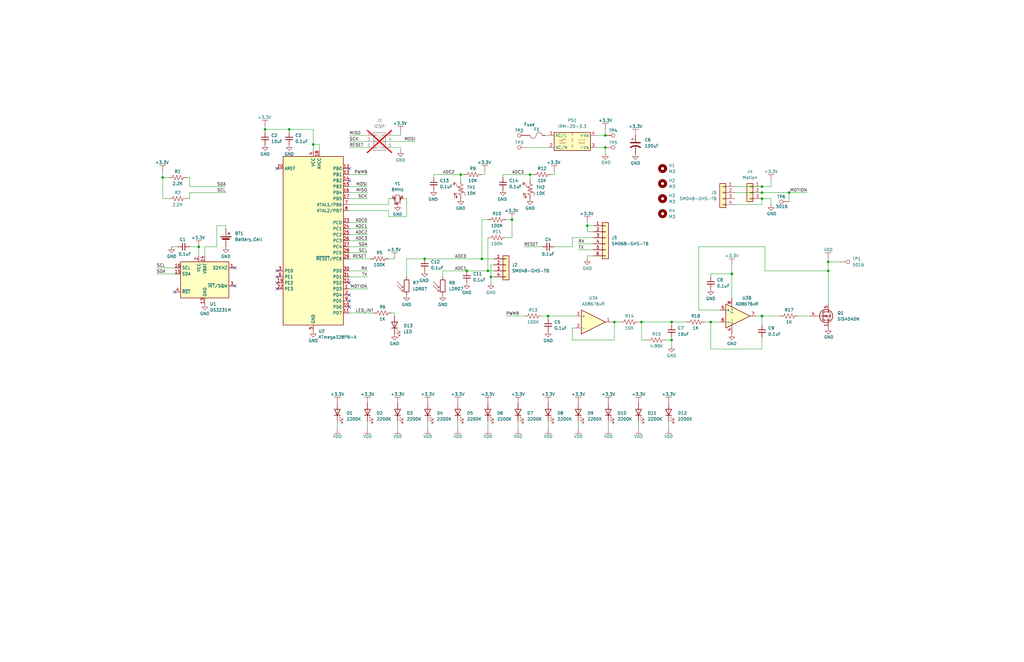
<source format=kicad_sch>
(kicad_sch (version 20250114) (generator "eeschema") (generator_version "9.0")
  (paper "B")
  (junction (at 321.31 81.28))
  (junction (at 203.2 109.22))
  (junction (at 349.25 110.49))
  (junction (at 299.72 135.89))
  (junction (at 194.31 73.66))
  (junction (at 349.25 114.3))
  (junction (at 321.31 83.82))
  (junction (at 207.01 116.84))
  (junction (at 321.31 78.74))
  (junction (at 83.82 104.14))
  (junction (at 308.61 115.57))
  (junction (at 215.9 92.71))
  (junction (at 270.51 135.89))
  (junction (at 321.31 133.35))
  (junction (at 283.21 143.51))
  (junction (at 223.52 73.66))
  (junction (at 205.74 114.3))
  (junction (at 68.58 74.93))
  (junction (at 121.92 54.61))
  (junction (at 332.74 81.28))
  (junction (at 132.08 60.96))
  (junction (at 247.65 95.25))
  (junction (at 259.08 135.89))
  (junction (at 255.27 62.23))
  (junction (at 231.14 133.35))
  (junction (at 111.76 54.61))
  (junction (at 179.07 109.22))
  (junction (at 283.21 135.89))
  (junction (at 196.85 114.3))
  (junction (at 255.27 57.15))
  (no_connect (at 116.84 114.3))
  (no_connect (at 147.32 76.2))
  (no_connect (at 147.32 119.38))
  (no_connect (at 147.32 129.54))
  (no_connect (at 116.84 71.12))
  (no_connect (at 116.84 119.38))
  (no_connect (at 116.84 121.92))
  (no_connect (at 99.06 120.65))
  (no_connect (at 147.32 124.46))
  (no_connect (at 147.32 127))
  (no_connect (at 116.84 116.84))
  (no_connect (at 99.06 113.03))
  (no_connect (at 73.66 123.19))
  (no_connect (at 147.32 71.12))
  (wire (pts (xy 207.01 116.84) (xy 207.01 111.76)))
  (wire (pts (xy 163.83 91.44) (xy 171.45 91.44)))
  (wire (pts (xy 213.36 92.71) (xy 215.9 92.71)))
  (wire (pts (xy 243.84 177.8) (xy 243.84 180.34)))
  (wire (pts (xy 242.57 138.43) (xy 241.3 138.43)))
  (wire (pts (xy 142.24 177.8) (xy 142.24 180.34)))
  (wire (pts (xy 213.36 100.33) (xy 215.9 100.33)))
  (wire (pts (xy 121.92 54.61) (xy 132.08 54.61)))
  (wire (pts (xy 321.31 142.24) (xy 321.31 147.32)))
  (wire (pts (xy 318.77 133.35) (xy 321.31 133.35)))
  (wire (pts (xy 241.3 138.43) (xy 241.3 143.51)))
  (wire (pts (xy 283.21 143.51) (xy 283.21 142.24)))
  (wire (pts (xy 182.88 73.66) (xy 194.31 73.66)))
  (wire (pts (xy 250.19 95.25) (xy 247.65 95.25)))
  (wire (pts (xy 196.85 114.3) (xy 205.74 114.3)))
  (wire (pts (xy 147.32 116.84) (xy 154.94 116.84)))
  (wire (pts (xy 269.24 177.8) (xy 269.24 180.34)))
  (wire (pts (xy 321.31 78.74) (xy 325.12 78.74)))
  (wire (pts (xy 80.01 81.28) (xy 80.01 83.82)))
  (wire (pts (xy 269.24 135.89) (xy 270.51 135.89)))
  (wire (pts (xy 80.01 74.93) (xy 80.01 78.74)))
  (wire (pts (xy 147.32 78.74) (xy 154.94 78.74)))
  (wire (pts (xy 241.3 100.33) (xy 241.3 104.14)))
  (wire (pts (xy 299.72 116.84) (xy 299.72 115.57)))
  (wire (pts (xy 163.83 86.36) (xy 163.83 83.82)))
  (wire (pts (xy 68.58 74.93) (xy 71.12 74.93)))
  (wire (pts (xy 336.55 133.35) (xy 341.63 133.35)))
  (wire (pts (xy 294.64 104.14) (xy 322.58 104.14)))
  (wire (pts (xy 243.84 105.41) (xy 250.19 105.41)))
  (wire (pts (xy 241.3 104.14) (xy 233.68 104.14)))
  (wire (pts (xy 163.83 109.22) (xy 166.37 109.22)))
  (wire (pts (xy 280.67 143.51) (xy 283.21 143.51)))
  (wire (pts (xy 80.01 104.14) (xy 83.82 104.14)))
  (wire (pts (xy 283.21 135.89) (xy 289.56 135.89)))
  (wire (pts (xy 195.58 73.66) (xy 194.31 73.66)))
  (wire (pts (xy 322.58 114.3) (xy 349.25 114.3)))
  (wire (pts (xy 73.66 115.57) (xy 66.04 115.57)))
  (wire (pts (xy 322.58 114.3) (xy 322.58 104.14)))
  (wire (pts (xy 171.45 109.22) (xy 179.07 109.22)))
  (wire (pts (xy 147.32 86.36) (xy 163.83 86.36)))
  (wire (pts (xy 283.21 135.89) (xy 283.21 137.16)))
  (wire (pts (xy 231.14 133.35) (xy 231.14 134.62)))
  (wire (pts (xy 147.32 121.92) (xy 154.94 121.92)))
  (wire (pts (xy 321.31 81.28) (xy 332.74 81.28)))
  (wire (pts (xy 91.44 95.25) (xy 95.25 95.25)))
  (wire (pts (xy 251.46 57.15) (xy 255.27 57.15)))
  (wire (pts (xy 228.6 133.35) (xy 231.14 133.35)))
  (wire (pts (xy 68.58 72.39) (xy 68.58 74.93)))
  (wire (pts (xy 229.87 57.15) (xy 231.14 57.15)))
  (wire (pts (xy 132.08 54.61) (xy 132.08 60.96)))
  (wire (pts (xy 147.32 101.6) (xy 154.94 101.6)))
  (wire (pts (xy 255.27 62.23) (xy 255.27 64.77)))
  (wire (pts (xy 204.47 73.66) (xy 203.2 73.66)))
  (wire (pts (xy 299.72 147.32) (xy 299.72 135.89)))
  (wire (pts (xy 281.94 177.8) (xy 281.94 180.34)))
  (wire (pts (xy 134.62 60.96) (xy 132.08 60.96)))
  (wire (pts (xy 171.45 83.82) (xy 170.18 83.82)))
  (wire (pts (xy 91.44 104.14) (xy 91.44 95.25)))
  (wire (pts (xy 147.32 132.08) (xy 157.48 132.08)))
  (wire (pts (xy 78.74 74.93) (xy 80.01 74.93)))
  (wire (pts (xy 349.25 109.22) (xy 349.25 110.49)))
  (wire (pts (xy 166.37 57.15) (xy 168.91 57.15)))
  (wire (pts (xy 180.34 177.8) (xy 180.34 180.34)))
  (wire (pts (xy 321.31 86.36) (xy 321.31 83.82)))
  (wire (pts (xy 207.01 111.76) (xy 208.28 111.76)))
  (wire (pts (xy 299.72 135.89) (xy 303.53 135.89)))
  (wire (pts (xy 294.64 130.81) (xy 294.64 104.14)))
  (wire (pts (xy 165.1 132.08) (xy 166.37 132.08)))
  (wire (pts (xy 270.51 135.89) (xy 283.21 135.89)))
  (wire (pts (xy 166.37 132.08) (xy 166.37 133.35)))
  (wire (pts (xy 132.08 60.96) (xy 132.08 63.5)))
  (wire (pts (xy 325.12 83.82) (xy 325.12 86.36)))
  (wire (pts (xy 220.98 104.14) (xy 228.6 104.14)))
  (wire (pts (xy 166.37 62.23) (xy 168.91 62.23)))
  (wire (pts (xy 147.32 106.68) (xy 154.94 106.68)))
  (wire (pts (xy 207.01 119.38) (xy 207.01 116.84)))
  (wire (pts (xy 186.69 116.84) (xy 186.69 114.3)))
  (wire (pts (xy 243.84 102.87) (xy 250.19 102.87)))
  (wire (pts (xy 111.76 54.61) (xy 121.92 54.61)))
  (wire (pts (xy 299.72 115.57) (xy 308.61 115.57)))
  (wire (pts (xy 250.19 97.79) (xy 247.65 97.79)))
  (wire (pts (xy 208.28 114.3) (xy 205.74 114.3)))
  (wire (pts (xy 250.19 107.95) (xy 247.65 107.95)))
  (wire (pts (xy 224.79 73.66) (xy 223.52 73.66)))
  (wire (pts (xy 95.25 95.25) (xy 95.25 96.52)))
  (wire (pts (xy 303.53 130.81) (xy 294.64 130.81)))
  (wire (pts (xy 167.64 177.8) (xy 167.64 180.34)))
  (wire (pts (xy 309.88 81.28) (xy 321.31 81.28)))
  (wire (pts (xy 297.18 135.89) (xy 299.72 135.89)))
  (wire (pts (xy 147.32 83.82) (xy 154.94 83.82)))
  (wire (pts (xy 205.74 100.33) (xy 205.74 114.3)))
  (wire (pts (xy 154.94 177.8) (xy 154.94 180.34)))
  (wire (pts (xy 147.32 62.23) (xy 153.67 62.23)))
  (wire (pts (xy 147.32 93.98) (xy 154.94 93.98)))
  (wire (pts (xy 179.07 109.22) (xy 203.2 109.22)))
  (wire (pts (xy 349.25 110.49) (xy 354.33 110.49)))
  (wire (pts (xy 147.32 81.28) (xy 154.94 81.28)))
  (wire (pts (xy 259.08 143.51) (xy 259.08 135.89)))
  (wire (pts (xy 223.52 73.66) (xy 223.52 76.2)))
  (wire (pts (xy 213.36 133.35) (xy 220.98 133.35)))
  (wire (pts (xy 147.32 109.22) (xy 156.21 109.22)))
  (wire (pts (xy 194.31 73.66) (xy 194.31 76.2)))
  (wire (pts (xy 231.14 133.35) (xy 242.57 133.35)))
  (wire (pts (xy 147.32 99.06) (xy 154.94 99.06)))
  (wire (pts (xy 332.74 81.28) (xy 340.36 81.28)))
  (wire (pts (xy 250.19 100.33) (xy 241.3 100.33)))
  (wire (pts (xy 166.37 59.69) (xy 175.26 59.69)))
  (wire (pts (xy 218.44 177.8) (xy 218.44 180.34)))
  (wire (pts (xy 147.32 88.9) (xy 163.83 88.9)))
  (wire (pts (xy 212.09 73.66) (xy 212.09 74.93)))
  (wire (pts (xy 193.04 177.8) (xy 193.04 180.34)))
  (wire (pts (xy 231.14 177.8) (xy 231.14 180.34)))
  (wire (pts (xy 83.82 104.14) (xy 83.82 107.95)))
  (wire (pts (xy 147.32 73.66) (xy 154.94 73.66)))
  (wire (pts (xy 80.01 83.82) (xy 78.74 83.82)))
  (wire (pts (xy 212.09 73.66) (xy 223.52 73.66)))
  (wire (pts (xy 168.91 55.88) (xy 168.91 57.15)))
  (wire (pts (xy 222.25 62.23) (xy 231.14 62.23)))
  (wire (pts (xy 86.36 107.95) (xy 86.36 104.14)))
  (wire (pts (xy 325.12 78.74) (xy 325.12 76.2)))
  (wire (pts (xy 321.31 133.35) (xy 328.93 133.35)))
  (wire (pts (xy 182.88 74.93) (xy 182.88 73.66)))
  (wire (pts (xy 205.74 177.8) (xy 205.74 180.34)))
  (wire (pts (xy 71.12 83.82) (xy 68.58 83.82)))
  (wire (pts (xy 171.45 91.44) (xy 171.45 83.82)))
  (wire (pts (xy 86.36 104.14) (xy 91.44 104.14)))
  (wire (pts (xy 168.91 62.23) (xy 168.91 63.5)))
  (wire (pts (xy 233.68 73.66) (xy 232.41 73.66)))
  (wire (pts (xy 203.2 92.71) (xy 203.2 109.22)))
  (wire (pts (xy 349.25 114.3) (xy 349.25 128.27)))
  (wire (pts (xy 247.65 97.79) (xy 247.65 95.25)))
  (wire (pts (xy 349.25 110.49) (xy 349.25 114.3)))
  (wire (pts (xy 72.39 104.14) (xy 74.93 104.14)))
  (wire (pts (xy 256.54 177.8) (xy 256.54 180.34)))
  (wire (pts (xy 203.2 109.22) (xy 208.28 109.22)))
  (wire (pts (xy 215.9 100.33) (xy 215.9 92.71)))
  (wire (pts (xy 147.32 104.14) (xy 154.94 104.14)))
  (wire (pts (xy 259.08 135.89) (xy 257.81 135.89)))
  (wire (pts (xy 147.32 59.69) (xy 153.67 59.69)))
  (wire (pts (xy 247.65 95.25) (xy 247.65 93.98)))
  (wire (pts (xy 204.47 72.39) (xy 204.47 73.66)))
  (wire (pts (xy 241.3 143.51) (xy 259.08 143.51)))
  (wire (pts (xy 163.83 83.82) (xy 165.1 83.82)))
  (wire (pts (xy 163.83 88.9) (xy 163.83 91.44)))
  (wire (pts (xy 283.21 146.05) (xy 283.21 143.51)))
  (wire (pts (xy 186.69 114.3) (xy 196.85 114.3)))
  (wire (pts (xy 134.62 63.5) (xy 134.62 60.96)))
  (wire (pts (xy 321.31 83.82) (xy 325.12 83.82)))
  (wire (pts (xy 309.88 86.36) (xy 321.31 86.36)))
  (wire (pts (xy 73.66 113.03) (xy 66.04 113.03)))
  (wire (pts (xy 80.01 78.74) (xy 95.25 78.74)))
  (wire (pts (xy 259.08 135.89) (xy 261.62 135.89)))
  (wire (pts (xy 80.01 81.28) (xy 95.25 81.28)))
  (wire (pts (xy 247.65 107.95) (xy 247.65 109.22)))
  (wire (pts (xy 270.51 143.51) (xy 270.51 135.89)))
  (wire (pts (xy 308.61 111.76) (xy 308.61 115.57)))
  (wire (pts (xy 147.32 57.15) (xy 153.67 57.15)))
  (wire (pts (xy 251.46 62.23) (xy 255.27 62.23)))
  (wire (pts (xy 68.58 83.82) (xy 68.58 74.93)))
  (wire (pts (xy 205.74 92.71) (xy 203.2 92.71)))
  (wire (pts (xy 309.88 78.74) (xy 321.31 78.74)))
  (wire (pts (xy 171.45 116.84) (xy 171.45 109.22)))
  (wire (pts (xy 233.68 72.39) (xy 233.68 73.66)))
  (wire (pts (xy 207.01 116.84) (xy 208.28 116.84)))
  (wire (pts (xy 147.32 96.52) (xy 154.94 96.52)))
  (wire (pts (xy 321.31 133.35) (xy 321.31 137.16)))
  (wire (pts (xy 332.74 81.28) (xy 332.74 85.09)))
  (wire (pts (xy 255.27 57.15) (xy 255.27 54.61)))
  (wire (pts (xy 147.32 114.3) (xy 154.94 114.3)))
  (wire (pts (xy 273.05 143.51) (xy 270.51 143.51)))
  (wire (pts (xy 321.31 147.32) (xy 299.72 147.32)))
  (wire (pts (xy 308.61 115.57) (xy 308.61 125.73)))
  (wire (pts (xy 111.76 53.34) (xy 111.76 54.61)))
  (wire (pts (xy 111.76 55.88) (xy 111.76 54.61)))
  (wire (pts (xy 121.92 54.61) (xy 121.92 55.88)))
  (label "ADC1" (at 191.77 114.3 0))
  (label "SCL" (at 154.94 106.68 180))
  (label "ADC2" (at 154.94 99.06 180))
  (label "MISO" (at 154.94 81.28 180))
  (label "RESET" (at 147.32 62.23 0))
  (label "ADC3" (at 215.9 73.66 0))
  (label "SCK" (at 154.94 83.82 180))
  (label "MOTION" (at 154.94 121.92 180))
  (label "SDA" (at 95.25 78.74 180))
  (label "ADC0" (at 154.94 93.98 180))
  (label "LED_INT" (at 157.48 132.08 180))
  (label "PWM9" (at 154.94 73.66 180))
  (label "ADC3" (at 154.94 101.6 180))
  (label "TX" (at 154.94 116.84 180))
  (label "SDA" (at 154.94 104.14 180))
  (label "RX" (at 154.94 114.3 180))
  (label "MOTION" (at 340.36 81.28 180))
  (label "SCL" (at 95.25 81.28 180))
  (label "MOSI" (at 175.26 59.69 180))
  (label "MOSI" (at 154.94 78.74 180))
  (label "PWM9" (at 213.36 133.35 0))
  (label "SCK" (at 147.32 59.69 0))
  (label "ADC2" (at 186.69 73.66 0))
  (label "SDA" (at 66.04 115.57 0))
  (label "ADC0" (at 191.77 109.22 0))
  (label "MISO" (at 147.32 57.15 0))
  (label "SCL" (at 66.04 113.03 0))
  (label "RESET" (at 148.59 109.22 0))
  (label "TX" (at 243.84 105.41 0))
  (label "ADC1" (at 154.94 96.52 180))
  (label "RESET" (at 220.98 104.14 0))
  (label "RX" (at 243.84 102.87 0))
  (symbol (lib_id "Mechanical:MountingHole") (at 279.4 83.82 0) (unit 1) (exclude_from_sim yes) (in_bom no)
    (property "Reference" "H3" (at 281.94 82.5499 0) (effects (justify left)))
    (property "Value" "M3" (at 281.94 85.0899 0) (effects (justify left)))
    (property "Footprint" "MountingHole:MountingHole_3.2mm_M3" (effects (hide yes)))
    (property "Description" "Mounting Hole without connection" (effects (hide yes)))
  )
  (symbol (lib_id "Connector_Generic:Conn_01x04") (at 304.8 81.28 0) (mirror y) (unit 1)
    (property "Reference" "J5" (at 302.26 81.2799 0) (effects (justify left)))
    (property "Value" "SM04B-GHS-TB" (at 302.26 83.8199 0) (effects (justify left)))
    (property "Footprint" "Connector_JST:JST_GH_SM04B-GHS-TB_1x04-1MP_P1.25mm_Horizontal" (effects (hide yes)))
    (property "Description" "Generic connector, single row, 01x04, script generated (kicad-library-utils/schlib/autogen/connector/)" (effects (hide yes)))
  )
  (symbol (lib_id "Device:LED") (at 193.04 173.99 90) (unit 1)
    (property "Reference" "D5" (at 196.85 174.3074 90) (effects (justify right)))
    (property "Value" "2200K" (at 196.85 176.8474 90) (effects (justify right)))
    (property "Footprint" "LED_SMD:LED_PLCC_2835_Handsoldering" (effects (hide yes)))
    (property "Description" "Light emitting diode" (effects (hide yes)))
    (property "Sim.Pins" "1=K 2=A" (effects (hide yes)))
  )
  (symbol (lib_id "Transistor_FET:SiS454DN") (at 346.71 133.35 0) (unit 1)
    (property "Reference" "Q1" (at 353.06 132.0799 0) (effects (justify left)))
    (property "Value" "SiS454DN" (at 353.06 134.6199 0) (effects (justify left)))
    (property "Footprint" "Package_SO:Vishay_PowerPAK_1212-8_Single" (effects (hide yes)))
    (property "Datasheet" "https://www.vishay.com/docs/66707/sis454dn.pdf" (effects (hide yes)))
    (property "Description" "35A Id, 20V Vds, N-Channel MOSFET, PowerPAK 1212-8 Single" (effects (hide yes)))
  )
  (symbol (lib_id "Device:C_Small") (at 212.09 77.47 0) (unit 1)
    (property "Reference" "C14" (at 214.63 76.2062 0) (effects (justify left)))
    (property "Value" "0.1uF" (at 214.63 78.7462 0) (effects (justify left)))
    (property "Footprint" "Capacitor_SMD:C_0603_1608Metric" (effects (hide yes)))
    (property "Description" "Unpolarized capacitor, small symbol" (effects (hide yes)))
  )
  (symbol (lib_id "Device:C_Small") (at 196.85 116.84 0) (unit 1)
    (property "Reference" "C11" (at 199.39 115.5762 0) (effects (justify left)))
    (property "Value" "0.1uF" (at 199.39 118.1162 0) (effects (justify left)))
    (property "Footprint" "Capacitor_SMD:C_0603_1608Metric" (effects (hide yes)))
    (property "Description" "Unpolarized capacitor, small symbol" (effects (hide yes)))
  )
  (symbol (lib_id "power:GND") (at 325.12 86.36 0) (unit 1)
    (property "Reference" "#PWR059" (effects (hide yes)))
    (property "Value" "GND" (at 325.374 90.17 0))
    (property "Description" "Power symbol creates a global label with name \"GND\" , ground" (effects (hide yes)))
  )
  (symbol (lib_id "Device:Crystal_GND2_Small") (at 167.64 83.82 0) (unit 1)
    (property "Reference" "Y1" (at 167.64 77.47 0))
    (property "Value" "8MHz" (at 167.64 80.01 0))
    (property "Footprint" "Crystal:Resonator_SMD_Murata_CSTxExxV-3Pin_3.0x1.1mm_HandSoldering" (effects (hide yes)))
    (property "Description" "Three pin crystal, GND on pin 2, small symbol" (effects (hide yes)))
  )
  (symbol (lib_id "jannett_symbols:VDD") (at 231.14 180.34 180) (unit 1)
    (property "Reference" "#PWR022" (effects (hide yes)))
    (property "Value" "VDD" (at 231.14 184.15 0))
    (property "Description" "Power symbol creates a global label with name \"VDD\"" (effects (hide yes)))
  )
  (symbol (lib_id "Device:Battery_Cell") (at 95.25 101.6 0) (unit 1)
    (property "Reference" "BT1" (at 99.06 98.4884 0) (effects (justify left)))
    (property "Value" "Battery_Cell" (at 99.06 101.0284 0) (effects (justify left)))
    (property "Footprint" "Battery:BatteryHolder_Keystone_3002_1x2032" (effects (hide yes)))
    (property "Description" "Single-cell battery" (effects (hide yes)))
  )
  (symbol (lib_id "power:GND") (at 255.27 64.77 0) (unit 1)
    (property "Reference" "#PWR053" (effects (hide yes)))
    (property "Value" "GND" (at 255.524 68.58 0))
    (property "Description" "Power symbol creates a global label with name \"GND\" , ground" (effects (hide yes)))
  )
  (symbol (lib_id "Device:R_US") (at 74.93 83.82 90) (unit 1)
    (property "Reference" "R2" (at 74.93 81.28 90))
    (property "Value" "2.2K" (at 74.93 86.36 90))
    (property "Footprint" "Resistor_SMD:R_0603_1608Metric" (effects (hide yes)))
    (property "Description" "Resistor, US symbol" (effects (hide yes)))
  )
  (symbol (lib_id "Device:Thermistor_NTC_US") (at 223.52 80.01 0) (unit 1)
    (property "Reference" "TH2" (at 226.06 79.0574 0) (effects (justify left)))
    (property "Value" "10K" (at 226.06 81.5974 0) (effects (justify left)))
    (property "Footprint" "Resistor_SMD:R_0603_1608Metric" (effects (hide yes)))
    (property "Description" "Temperature dependent resistor, negative temperature coefficient, US symbol" (effects (hide yes)))
  )
  (symbol (lib_id "Device:R_US") (at 265.43 135.89 90) (unit 1)
    (property "Reference" "R14" (at 265.43 133.35 90))
    (property "Value" "10K" (at 265.43 138.43 90))
    (property "Footprint" "Resistor_SMD:R_0603_1608Metric" (effects (hide yes)))
    (property "Description" "Resistor, US symbol" (effects (hide yes)))
  )
  (symbol (lib_id "Connector:TestPoint") (at 354.33 110.49 270) (unit 1)
    (property "Reference" "TP1" (at 359.41 109.2199 90) (effects (justify left)))
    (property "Value" "5016" (at 359.41 111.7599 90) (effects (justify left)))
    (property "Footprint" "jannett_footprints:TestPoint_Keystone_5016_Vias" (effects (hide yes)))
    (property "Description" "test point" (effects (hide yes)))
  )
  (symbol (lib_id "Device:LED") (at 218.44 173.99 90) (unit 1)
    (property "Reference" "D7" (at 222.25 174.3074 90) (effects (justify right)))
    (property "Value" "2200K" (at 222.25 176.8474 90) (effects (justify right)))
    (property "Footprint" "LED_SMD:LED_PLCC_2835_Handsoldering" (effects (hide yes)))
    (property "Description" "Light emitting diode" (effects (hide yes)))
    (property "Sim.Pins" "1=K 2=A" (effects (hide yes)))
  )
  (symbol (lib_id "Device:LED") (at 142.24 173.99 90) (unit 1)
    (property "Reference" "D1" (at 146.05 174.3074 90) (effects (justify right)))
    (property "Value" "2200K" (at 146.05 176.8474 90) (effects (justify right)))
    (property "Footprint" "LED_SMD:LED_PLCC_2835_Handsoldering" (effects (hide yes)))
    (property "Description" "Light emitting diode" (effects (hide yes)))
    (property "Sim.Pins" "1=K 2=A" (effects (hide yes)))
  )
  (symbol (lib_id "Device:LED") (at 154.94 173.99 90) (unit 1)
    (property "Reference" "D2" (at 158.75 174.3074 90) (effects (justify right)))
    (property "Value" "2200K" (at 158.75 176.8474 90) (effects (justify right)))
    (property "Footprint" "LED_SMD:LED_PLCC_2835_Handsoldering" (effects (hide yes)))
    (property "Description" "Light emitting diode" (effects (hide yes)))
    (property "Sim.Pins" "1=K 2=A" (effects (hide yes)))
  )
  (symbol (lib_id "Device:C_Small") (at 121.92 58.42 0) (unit 1)
    (property "Reference" "C3" (at 124.46 57.1562 0) (effects (justify left)))
    (property "Value" "0.1uF" (at 124.46 59.6962 0) (effects (justify left)))
    (property "Footprint" "Capacitor_SMD:C_0603_1608Metric" (effects (hide yes)))
    (property "Description" "Unpolarized capacitor, small symbol" (effects (hide yes)))
  )
  (symbol (lib_id "Amplifier_Operational:AD8676xR") (at 311.15 133.35 0) (unit 2)
    (property "Reference" "U3" (at 314.96 125.73 0))
    (property "Value" "AD8676xR" (at 314.96 128.27 0))
    (property "Footprint" "Package_SO:SOIC-8_3.9x4.9mm_P1.27mm" (effects (hide yes)))
    (property "Datasheet" "https://www.analog.com/media/en/technical-documentation/data-sheets/AD8676.pdf" (effects (hide yes)))
    (property "Description" "Dual operational amplifier, Ultra-precision, 36V, Rail-to-rail output, SOIC-8" (effects (hide yes)))
  )
  (symbol (lib_id "jannett_symbols:+3.3V") (at 325.12 76.2 0) (unit 1)
    (property "Reference" "#PWR058" (effects (hide yes)))
    (property "Value" "+3.3V" (at 325.12 72.39 0))
    (property "Description" "Power symbol creates a global label with name \"+3.3V\"" (effects (hide yes)))
  )
  (symbol (lib_id "jannett_symbols:+3.3V") (at 180.34 170.18 0) (unit 1)
    (property "Reference" "#PWR09" (effects (hide yes)))
    (property "Value" "+3.3V" (at 180.34 166.37 0))
    (property "Description" "Power symbol creates a global label with name \"+3.3V\"" (effects (hide yes)))
  )
  (symbol (lib_id "power:GND") (at 207.01 119.38 0) (unit 1)
    (property "Reference" "#PWR044" (effects (hide yes)))
    (property "Value" "GND" (at 207.01 123.444 0))
    (property "Description" "Power symbol creates a global label with name \"GND\" , ground" (effects (hide yes)))
  )
  (symbol (lib_id "Device:LED") (at 205.74 173.99 90) (unit 1)
    (property "Reference" "D6" (at 209.55 174.3074 90) (effects (justify right)))
    (property "Value" "2200K" (at 209.55 176.8474 90) (effects (justify right)))
    (property "Footprint" "LED_SMD:LED_PLCC_2835_Handsoldering" (effects (hide yes)))
    (property "Description" "Light emitting diode" (effects (hide yes)))
    (property "Sim.Pins" "1=K 2=A" (effects (hide yes)))
  )
  (symbol (lib_id "Connector:TestPoint") (at 255.27 62.23 270) (mirror x) (unit 1)
    (property "Reference" "TP5" (at 258.572 60.198 90))
    (property "Value" "TestPoint" (effects (hide yes)))
    (property "Footprint" "jannett_footprints:TestPoint_Keystone_5016_Vias" (effects (hide yes)))
    (property "Description" "test point" (effects (hide yes)))
  )
  (symbol (lib_id "Device:C_Small") (at 231.14 137.16 0) (unit 1)
    (property "Reference" "C5" (at 233.68 135.8962 0) (effects (justify left)))
    (property "Value" "0.1uF" (at 233.68 138.4362 0) (effects (justify left)))
    (property "Footprint" "Capacitor_SMD:C_0603_1608Metric" (effects (hide yes)))
    (property "Description" "Unpolarized capacitor, small symbol" (effects (hide yes)))
  )
  (symbol (lib_id "power:GND") (at 186.69 124.46 0) (unit 1)
    (property "Reference" "#PWR042" (effects (hide yes)))
    (property "Value" "GND" (at 186.69 128.524 0))
    (property "Description" "Power symbol creates a global label with name \"GND\" , ground" (effects (hide yes)))
  )
  (symbol (lib_id "Device:R_US") (at 332.74 133.35 90) (unit 1)
    (property "Reference" "R17" (at 332.74 130.81 90))
    (property "Value" "1K" (at 332.74 135.89 90))
    (property "Footprint" "Resistor_SMD:R_0603_1608Metric" (effects (hide yes)))
    (property "Description" "Resistor, US symbol" (effects (hide yes)))
  )
  (symbol (lib_id "jannett_symbols:+3.3V") (at 231.14 170.18 0) (unit 1)
    (property "Reference" "#PWR021" (effects (hide yes)))
    (property "Value" "+3.3V" (at 231.14 166.37 0))
    (property "Description" "Power symbol creates a global label with name \"+3.3V\"" (effects (hide yes)))
  )
  (symbol (lib_id "Timer_RTC:DS3231M") (at 86.36 118.11 0) (unit 1)
    (property "Reference" "U1" (at 88.5033 128.27 0) (effects (justify left)))
    (property "Value" "DS3231M" (at 88.5033 130.81 0) (effects (justify left)))
    (property "Footprint" "Package_SO:SOIC-16W_7.5x10.3mm_P1.27mm" (effects (hide yes)))
    (property "Datasheet" "http://datasheets.maximintegrated.com/en/ds/DS3231.pdf" (effects (hide yes)))
    (property "Description" "Extremely Accurate I2C-Integrated RTC/TCXO/Crystal SOIC-16" (effects (hide yes)))
  )
  (symbol (lib_id "Device:LED") (at 180.34 173.99 90) (unit 1)
    (property "Reference" "D4" (at 184.15 174.3074 90) (effects (justify right)))
    (property "Value" "2200K" (at 184.15 176.8474 90) (effects (justify right)))
    (property "Footprint" "LED_SMD:LED_PLCC_2835_Handsoldering" (effects (hide yes)))
    (property "Description" "Light emitting diode" (effects (hide yes)))
    (property "Sim.Pins" "1=K 2=A" (effects (hide yes)))
  )
  (symbol (lib_id "Device:R_US") (at 209.55 92.71 90) (unit 1)
    (property "Reference" "R10" (at 209.55 90.17 90))
    (property "Value" "100K" (at 209.55 95.25 90))
    (property "Footprint" "Resistor_SMD:R_0603_1608Metric" (effects (hide yes)))
    (property "Description" "Resistor, US symbol" (effects (hide yes)))
  )
  (symbol (lib_id "Connector:TestPoint") (at 255.27 57.15 270) (mirror x) (unit 1)
    (property "Reference" "TP4" (at 258.572 55.118 90))
    (property "Value" "TestPoint" (effects (hide yes)))
    (property "Footprint" "jannett_footprints:TestPoint_Keystone_5016_Vias" (effects (hide yes)))
    (property "Description" "test point" (effects (hide yes)))
  )
  (symbol (lib_id "jannett_symbols:+3.3V") (at 168.91 55.88 0) (unit 1)
    (property "Reference" "#PWR038" (effects (hide yes)))
    (property "Value" "+3.3V" (at 168.656 52.07 0))
    (property "Description" "Power symbol creates a global label with name \"+3.3V\"" (effects (hide yes)))
  )
  (symbol (lib_id "power:GND") (at 194.31 83.82 0) (unit 1)
    (property "Reference" "#PWR041" (effects (hide yes)))
    (property "Value" "GND" (at 194.31 87.884 0))
    (property "Description" "Power symbol creates a global label with name \"GND\" , ground" (effects (hide yes)))
  )
  (symbol (lib_id "Connector_Generic:Conn_01x04") (at 213.36 111.76 0) (unit 1)
    (property "Reference" "J2" (at 215.9 111.7599 0) (effects (justify left)))
    (property "Value" "SM04B-GHS-TB" (at 215.9 114.2999 0) (effects (justify left)))
    (property "Footprint" "Connector_JST:JST_GH_SM04B-GHS-TB_1x04-1MP_P1.25mm_Horizontal" (effects (hide yes)))
    (property "Description" "Generic connector, single row, 01x04, script generated (kicad-library-utils/schlib/autogen/connector/)" (effects (hide yes)))
  )
  (symbol (lib_id "jannett_symbols:VDD") (at 281.94 180.34 180) (unit 1)
    (property "Reference" "#PWR034" (effects (hide yes)))
    (property "Value" "VDD" (at 281.94 184.15 0))
    (property "Description" "Power symbol creates a global label with name \"VDD\"" (effects (hide yes)))
  )
  (symbol (lib_id "power:GND") (at 121.92 60.96 0) (unit 1)
    (property "Reference" "#PWR025" (effects (hide yes)))
    (property "Value" "GND" (at 121.92 65.024 0))
    (property "Description" "Power symbol creates a global label with name \"GND\" , ground" (effects (hide yes)))
  )
  (symbol (lib_id "Device:R_US") (at 224.79 133.35 90) (unit 1)
    (property "Reference" "R13" (at 224.79 130.81 90))
    (property "Value" "100K" (at 224.79 135.89 90))
    (property "Footprint" "Resistor_SMD:R_0603_1608Metric" (effects (hide yes)))
    (property "Description" "Resistor, US symbol" (effects (hide yes)))
  )
  (symbol (lib_id "Device:C_Small") (at 182.88 77.47 0) (unit 1)
    (property "Reference" "C13" (at 185.42 76.2062 0) (effects (justify left)))
    (property "Value" "0.1uF" (at 185.42 78.7462 0) (effects (justify left)))
    (property "Footprint" "Capacitor_SMD:C_0603_1608Metric" (effects (hide yes)))
    (property "Description" "Unpolarized capacitor, small symbol" (effects (hide yes)))
  )
  (symbol (lib_id "jannett_symbols:VDD") (at 349.25 109.22 0) (unit 1)
    (property "Reference" "#PWR063" (effects (hide yes)))
    (property "Value" "VDD" (at 349.25 105.41 0))
    (property "Description" "Power symbol creates a global label with name \"VDD\"" (effects (hide yes)))
  )
  (symbol (lib_id "Connector_Generic:Conn_01x03") (at 316.23 81.28 0) (mirror y) (unit 1)
    (property "Reference" "J4" (at 316.23 72.39 0))
    (property "Value" "Motion" (at 316.23 74.93 0))
    (property "Footprint" "Connector_PinSocket_2.54mm:PinSocket_1x03_P2.54mm_Vertical" (effects (hide yes)))
    (property "Description" "Generic connector, single row, 01x03, script generated (kicad-library-utils/schlib/autogen/connector/)" (effects (hide yes)))
  )
  (symbol (lib_id "jannett_symbols:+3.3V") (at 308.61 111.76 0) (unit 1)
    (property "Reference" "#PWR060" (effects (hide yes)))
    (property "Value" "+3.3V" (at 308.61 107.95 0))
    (property "Description" "Power symbol creates a global label with name \"+3.3V\"" (effects (hide yes)))
  )
  (symbol (lib_id "jannett_symbols:+3.3V") (at 281.94 170.18 0) (unit 1)
    (property "Reference" "#PWR033" (effects (hide yes)))
    (property "Value" "+3.3V" (at 281.94 166.37 0))
    (property "Description" "Power symbol creates a global label with name \"+3.3V\"" (effects (hide yes)))
  )
  (symbol (lib_id "jannett_symbols:+3.3V") (at 215.9 92.71 0) (unit 1)
    (property "Reference" "#PWR046" (effects (hide yes)))
    (property "Value" "+3.3V" (at 215.646 88.9 0))
    (property "Description" "Power symbol creates a global label with name \"+3.3V\"" (effects (hide yes)))
  )
  (symbol (lib_id "Device:LED") (at 243.84 173.99 90) (unit 1)
    (property "Reference" "D9" (at 247.65 174.3074 90) (effects (justify right)))
    (property "Value" "2200K" (at 247.65 176.8474 90) (effects (justify right)))
    (property "Footprint" "LED_SMD:LED_PLCC_2835_Handsoldering" (effects (hide yes)))
    (property "Description" "Light emitting diode" (effects (hide yes)))
    (property "Sim.Pins" "1=K 2=A" (effects (hide yes)))
  )
  (symbol (lib_id "jannett_symbols:VDD") (at 167.64 180.34 180) (unit 1)
    (property "Reference" "#PWR06" (effects (hide yes)))
    (property "Value" "VDD" (at 167.64 184.15 0))
    (property "Description" "Power symbol creates a global label with name \"VDD\"" (effects (hide yes)))
  )
  (symbol (lib_id "Connector:TestPoint") (at 332.74 85.09 90) (unit 1)
    (property "Reference" "TP6" (at 329.438 83.058 90))
    (property "Value" "5016" (at 329.692 87.122 90))
    (property "Footprint" "jannett_footprints:TestPoint_Keystone_5016_Compact" (effects (hide yes)))
    (property "Description" "test point" (effects (hide yes)))
  )
  (symbol (lib_id "jannett_symbols:VDD") (at 243.84 180.34 180) (unit 1)
    (property "Reference" "#PWR027" (effects (hide yes)))
    (property "Value" "VDD" (at 243.84 184.15 0))
    (property "Description" "Power symbol creates a global label with name \"VDD\"" (effects (hide yes)))
  )
  (symbol (lib_id "power:GND") (at 349.25 138.43 0) (unit 1)
    (property "Reference" "#PWR064" (effects (hide yes)))
    (property "Value" "GND" (at 349.504 142.24 0))
    (property "Description" "Power symbol creates a global label with name \"GND\" , ground" (effects (hide yes)))
  )
  (symbol (lib_id "Device:LED") (at 231.14 173.99 90) (unit 1)
    (property "Reference" "D8" (at 234.95 174.3074 90) (effects (justify right)))
    (property "Value" "2200K" (at 234.95 176.8474 90) (effects (justify right)))
    (property "Footprint" "LED_SMD:LED_PLCC_2835_Handsoldering" (effects (hide yes)))
    (property "Description" "Light emitting diode" (effects (hide yes)))
    (property "Sim.Pins" "1=K 2=A" (effects (hide yes)))
  )
  (symbol (lib_id "power:GND") (at 72.39 104.14 0) (unit 1)
    (property "Reference" "#PWR08" (effects (hide yes)))
    (property "Value" "GND" (at 72.39 108.204 0))
    (property "Description" "Power symbol creates a global label with name \"GND\" , ground" (effects (hide yes)))
  )
  (symbol (lib_id "Amplifier_Operational:AD8676xR") (at 250.19 135.89 0) (unit 1)
    (property "Reference" "U3" (at 250.19 125.73 0))
    (property "Value" "AD8676xR" (at 250.19 128.27 0))
    (property "Footprint" "Package_SO:SOIC-8_3.9x4.9mm_P1.27mm" (effects (hide yes)))
    (property "Datasheet" "https://www.analog.com/media/en/technical-documentation/data-sheets/AD8676.pdf" (effects (hide yes)))
    (property "Description" "Dual operational amplifier, Ultra-precision, 36V, Rail-to-rail output, SOIC-8" (effects (hide yes)))
  )
  (symbol (lib_id "Connector_Generic:Conn_02x03_Odd_Even") (at 158.75 59.69 0) (unit 1) (in_bom no) (dnp yes)
    (property "Reference" "J1" (at 160.02 50.8 0))
    (property "Value" "ICSP" (at 160.02 53.34 0))
    (property "Footprint" "Connector_PinSocket_2.00mm:PinSocket_2x03_P2.00mm_Vertical" (effects (hide yes)))
    (property "Description" "Generic connector, double row, 02x03, odd/even pin numbering scheme (row 1 odd numbers, row 2 even numbers), script generated (kicad-library-utils/schlib/autogen/connector/)" (effects (hide yes)))
  )
  (symbol (lib_id "Converter_ACDC:IRM-20-3.3") (at 241.3 59.69 0) (unit 1)
    (property "Reference" "PS1" (at 241.3 50.8 0))
    (property "Value" "IRM-20-3.3" (at 241.3 53.34 0))
    (property "Footprint" "Converter_ACDC:Converter_ACDC_MeanWell_IRM-20-xx_THT" (effects (hide yes)))
    (property "Datasheet" "http://www.meanwell.com/Upload/PDF/IRM-20/IRM-20-SPEC.PDF" (effects (hide yes)))
    (property "Description" "3.3V, 4.5A, 14.85W, Isolated, AC-DC, 219A(IRM20)" (effects (hide yes)))
  )
  (symbol (lib_id "jannett_symbols:+3.3V") (at 233.68 72.39 0) (unit 1)
    (property "Reference" "#PWR047" (effects (hide yes)))
    (property "Value" "+3.3V" (at 233.426 68.58 0))
    (property "Description" "Power symbol creates a global label with name \"+3.3V\"" (effects (hide yes)))
  )
  (symbol (lib_id "Connector_Generic:Conn_01x06") (at 255.27 100.33 0) (unit 1)
    (property "Reference" "J3" (at 257.81 100.3299 0) (effects (justify left)))
    (property "Value" "SM06B-GHS-TB" (at 257.81 102.8699 0) (effects (justify left)))
    (property "Footprint" "Connector_JST:JST_GH_SM06B-GHS-TB_1x06-1MP_P1.25mm_Horizontal" (effects (hide yes)))
    (property "Description" "Generic connector, single row, 01x06, script generated (kicad-library-utils/schlib/autogen/connector/)" (effects (hide yes)))
  )
  (symbol (lib_id "Device:C_Small") (at 231.14 104.14 90) (unit 1)
    (property "Reference" "C4" (at 231.14 101.092 90))
    (property "Value" "0.1uF" (at 231.14 107.188 90))
    (property "Footprint" "Capacitor_SMD:C_0603_1608Metric" (effects (hide yes)))
    (property "Description" "Unpolarized capacitor, small symbol" (effects (hide yes)))
  )
  (symbol (lib_id "power:GND") (at 111.76 60.96 0) (unit 1)
    (property "Reference" "#PWR024" (effects (hide yes)))
    (property "Value" "GND" (at 111.76 65.024 0))
    (property "Description" "Power symbol creates a global label with name \"GND\" , ground" (effects (hide yes)))
  )
  (symbol (lib_id "jannett_symbols:VDD") (at 142.24 180.34 180) (unit 1)
    (property "Reference" "#PWR02" (effects (hide yes)))
    (property "Value" "VDD" (at 142.24 184.15 0))
    (property "Description" "Power symbol creates a global label with name \"VDD\"" (effects (hide yes)))
  )
  (symbol (lib_id "power:GND") (at 247.65 109.22 0) (unit 1)
    (property "Reference" "#PWR051" (effects (hide yes)))
    (property "Value" "GND" (at 247.65 113.284 0))
    (property "Description" "Power symbol creates a global label with name \"GND\" , ground" (effects (hide yes)))
  )
  (symbol (lib_id "jannett_symbols:+3.3V") (at 193.04 170.18 0) (unit 1)
    (property "Reference" "#PWR013" (effects (hide yes)))
    (property "Value" "+3.3V" (at 193.04 166.37 0))
    (property "Description" "Power symbol creates a global label with name \"+3.3V\"" (effects (hide yes)))
  )
  (symbol (lib_id "power:GND") (at 166.37 140.97 0) (unit 1)
    (property "Reference" "#PWR036" (effects (hide yes)))
    (property "Value" "GND" (at 166.37 145.034 0))
    (property "Description" "Power symbol creates a global label with name \"GND\" , ground" (effects (hide yes)))
  )
  (symbol (lib_id "power:GND") (at 168.91 63.5 0) (unit 1)
    (property "Reference" "#PWR039" (effects (hide yes)))
    (property "Value" "GND" (at 168.91 67.564 0))
    (property "Description" "Power symbol creates a global label with name \"GND\" , ground" (effects (hide yes)))
  )
  (symbol (lib_id "jannett_symbols:VDD") (at 205.74 180.34 180) (unit 1)
    (property "Reference" "#PWR017" (effects (hide yes)))
    (property "Value" "VDD" (at 205.74 184.15 0))
    (property "Description" "Power symbol creates a global label with name \"VDD\"" (effects (hide yes)))
  )
  (symbol (lib_id "Device:LED") (at 166.37 137.16 90) (unit 1)
    (property "Reference" "D13" (at 170.18 137.4774 90) (effects (justify right)))
    (property "Value" "LED" (at 170.18 140.0174 90) (effects (justify right)))
    (property "Footprint" "LED_SMD:LED_0603_1608Metric_Pad1.05x0.95mm_HandSolder" (effects (hide yes)))
    (property "Description" "Light emitting diode" (effects (hide yes)))
    (property "Sim.Pins" "1=K 2=A" (effects (hide yes)))
  )
  (symbol (lib_id "jannett_symbols:VDD") (at 154.94 180.34 180) (unit 1)
    (property "Reference" "#PWR04" (effects (hide yes)))
    (property "Value" "VDD" (at 154.94 184.15 0))
    (property "Description" "Power symbol creates a global label with name \"VDD\"" (effects (hide yes)))
  )
  (symbol (lib_id "jannett_symbols:+3.3V") (at 243.84 170.18 0) (unit 1)
    (property "Reference" "#PWR026" (effects (hide yes)))
    (property "Value" "+3.3V" (at 243.84 166.37 0))
    (property "Description" "Power symbol creates a global label with name \"+3.3V\"" (effects (hide yes)))
  )
  (symbol (lib_id "jannett_symbols:VDD") (at 218.44 180.34 180) (unit 1)
    (property "Reference" "#PWR020" (effects (hide yes)))
    (property "Value" "VDD" (at 218.44 184.15 0))
    (property "Description" "Power symbol creates a global label with name \"VDD\"" (effects (hide yes)))
  )
  (symbol (lib_id "jannett_symbols:+3.3V") (at 83.82 104.14 0) (unit 1)
    (property "Reference" "#PWR011" (effects (hide yes)))
    (property "Value" "+3.3V" (at 83.566 100.33 0))
    (property "Description" "Power symbol creates a global label with name \"+3.3V\"" (effects (hide yes)))
  )
  (symbol (lib_id "Connector:TestPoint") (at 222.25 57.15 90) (unit 1)
    (property "Reference" "TP2" (at 218.948 55.118 90))
    (property "Value" "TestPoint" (effects (hide yes)))
    (property "Footprint" "jannett_footprints:TestPoint_Keystone_5016_Vias" (effects (hide yes)))
    (property "Description" "test point" (effects (hide yes)))
  )
  (symbol (lib_id "Device:C_Small") (at 283.21 139.7 0) (unit 1)
    (property "Reference" "C7" (at 285.75 138.4362 0) (effects (justify left)))
    (property "Value" "10uF" (at 285.75 140.9762 0) (effects (justify left)))
    (property "Footprint" "Capacitor_SMD:C_0603_1608Metric" (effects (hide yes)))
    (property "Description" "Unpolarized capacitor, small symbol" (effects (hide yes)))
  )
  (symbol (lib_id "jannett_symbols:+3.3V") (at 142.24 170.18 0) (unit 1)
    (property "Reference" "#PWR01" (effects (hide yes)))
    (property "Value" "+3.3V" (at 142.24 166.37 0))
    (property "Description" "Power symbol creates a global label with name \"+3.3V\"" (effects (hide yes)))
  )
  (symbol (lib_id "power:GND") (at 223.52 83.82 0) (unit 1)
    (property "Reference" "#PWR045" (effects (hide yes)))
    (property "Value" "GND" (at 223.52 87.884 0))
    (property "Description" "Power symbol creates a global label with name \"GND\" , ground" (effects (hide yes)))
  )
  (symbol (lib_id "power:GND") (at 171.45 124.46 0) (unit 1)
    (property "Reference" "#PWR040" (effects (hide yes)))
    (property "Value" "GND" (at 171.45 128.524 0))
    (property "Description" "Power symbol creates a global label with name \"GND\" , ground" (effects (hide yes)))
  )
  (symbol (lib_id "power:GND") (at 231.14 139.7 0) (unit 1)
    (property "Reference" "#PWR049" (effects (hide yes)))
    (property "Value" "GND" (at 231.14 143.764 0))
    (property "Description" "Power symbol creates a global label with name \"GND\" , ground" (effects (hide yes)))
  )
  (symbol (lib_id "Device:R_US") (at 74.93 74.93 90) (unit 1)
    (property "Reference" "R1" (at 74.93 72.39 90))
    (property "Value" "2.2K" (at 74.93 77.47 90))
    (property "Footprint" "Resistor_SMD:R_0603_1608Metric" (effects (hide yes)))
    (property "Description" "Resistor, US symbol" (effects (hide yes)))
  )
  (symbol (lib_id "jannett_symbols:+3.3V") (at 166.37 109.22 0) (unit 1)
    (property "Reference" "#PWR035" (effects (hide yes)))
    (property "Value" "+3.3V" (at 166.116 105.41 0))
    (property "Description" "Power symbol creates a global label with name \"+3.3V\"" (effects (hide yes)))
  )
  (symbol (lib_id "jannett_symbols:+3.3V") (at 68.58 72.39 0) (unit 1)
    (property "Reference" "#PWR07" (effects (hide yes)))
    (property "Value" "+3.3V" (at 68.326 68.58 0))
    (property "Description" "Power symbol creates a global label with name \"+3.3V\"" (effects (hide yes)))
  )
  (symbol (lib_id "Device:LED") (at 167.64 173.99 90) (unit 1)
    (property "Reference" "D3" (at 171.45 174.3074 90) (effects (justify right)))
    (property "Value" "2200K" (at 171.45 176.8474 90) (effects (justify right)))
    (property "Footprint" "LED_SMD:LED_PLCC_2835_Handsoldering" (effects (hide yes)))
    (property "Description" "Light emitting diode" (effects (hide yes)))
    (property "Sim.Pins" "1=K 2=A" (effects (hide yes)))
  )
  (symbol (lib_id "Sensor_Optical:LDR07") (at 171.45 120.65 0) (unit 1)
    (property "Reference" "R7" (at 173.99 119.3799 0) (effects (justify left)))
    (property "Value" "LDR07" (at 173.99 121.9199 0) (effects (justify left)))
    (property "Footprint" "OptoDevice:R_LDR_5.1x4.3mm_P3.4mm_Vertical" (effects (hide yes)))
    (property "Datasheet" "http://www.tme.eu/de/Document/f2e3ad76a925811312d226c31da4cd7e/LDR07.pdf" (effects (hide yes)))
    (property "Description" "light dependent resistor" (effects (hide yes)))
  )
  (symbol (lib_id "Device:C_Small") (at 179.07 111.76 0) (unit 1)
    (property "Reference" "C12" (at 181.61 110.4962 0) (effects (justify left)))
    (property "Value" "0.1uF" (at 181.61 113.0362 0) (effects (justify left)))
    (property "Footprint" "Capacitor_SMD:C_0603_1608Metric" (effects (hide yes)))
    (property "Description" "Unpolarized capacitor, small symbol" (effects (hide yes)))
  )
  (symbol (lib_id "power:GND") (at 132.08 139.7 0) (unit 1)
    (property "Reference" "#PWR028" (effects (hide yes)))
    (property "Value" "GND" (at 132.08 143.764 0))
    (property "Description" "Power symbol creates a global label with name \"GND\" , ground" (effects (hide yes)))
  )
  (symbol (lib_id "power:GND") (at 86.36 128.27 0) (unit 1)
    (property "Reference" "#PWR012" (effects (hide yes)))
    (property "Value" "GND" (at 86.36 132.334 0))
    (property "Description" "Power symbol creates a global label with name \"GND\" , ground" (effects (hide yes)))
  )
  (symbol (lib_id "power:GND") (at 179.07 114.3 0) (unit 1)
    (property "Reference" "#PWR067" (effects (hide yes)))
    (property "Value" "GND" (at 178.816 118.364 0))
    (property "Description" "Power symbol creates a global label with name \"GND\" , ground" (effects (hide yes)))
  )
  (symbol (lib_id "jannett_symbols:+3.3V") (at 247.65 93.98 0) (unit 1)
    (property "Reference" "#PWR050" (effects (hide yes)))
    (property "Value" "+3.3V" (at 247.396 90.17 0))
    (property "Description" "Power symbol creates a global label with name \"+3.3V\"" (effects (hide yes)))
  )
  (symbol (lib_id "Device:C_Small") (at 299.72 119.38 0) (unit 1)
    (property "Reference" "C8" (at 302.26 118.1162 0) (effects (justify left)))
    (property "Value" "0.1uF" (at 302.26 120.6562 0) (effects (justify left)))
    (property "Footprint" "Capacitor_SMD:C_0603_1608Metric" (effects (hide yes)))
    (property "Description" "Unpolarized capacitor, small symbol" (effects (hide yes)))
  )
  (symbol (lib_id "Device:R_US") (at 293.37 135.89 90) (unit 1)
    (property "Reference" "R18" (at 293.37 133.35 90))
    (property "Value" "1K" (at 293.37 138.43 90))
    (property "Footprint" "Resistor_SMD:R_0603_1608Metric" (effects (hide yes)))
    (property "Description" "Resistor, US symbol" (effects (hide yes)))
  )
  (symbol (lib_id "jannett_symbols:+3.3V") (at 267.97 57.15 0) (unit 1)
    (property "Reference" "#PWR054" (effects (hide yes)))
    (property "Value" "+3.3V" (at 267.97 53.34 0))
    (property "Description" "Power symbol creates a global label with name \"+3.3V\"" (effects (hide yes)))
  )
  (symbol (lib_id "jannett_symbols:VDD") (at 269.24 180.34 180) (unit 1)
    (property "Reference" "#PWR032" (effects (hide yes)))
    (property "Value" "VDD" (at 269.24 184.15 0))
    (property "Description" "Power symbol creates a global label with name \"VDD\"" (effects (hide yes)))
  )
  (symbol (lib_id "Device:Thermistor_NTC_US") (at 194.31 80.01 0) (unit 1)
    (property "Reference" "TH1" (at 196.85 79.0574 0) (effects (justify left)))
    (property "Value" "10K" (at 196.85 81.5974 0) (effects (justify left)))
    (property "Footprint" "Resistor_SMD:R_0603_1608Metric" (effects (hide yes)))
    (property "Description" "Temperature dependent resistor, negative temperature coefficient, US symbol" (effects (hide yes)))
  )
  (symbol (lib_id "jannett_symbols:+3.3V") (at 167.64 170.18 0) (unit 1)
    (property "Reference" "#PWR05" (effects (hide yes)))
    (property "Value" "+3.3V" (at 167.64 166.37 0))
    (property "Description" "Power symbol creates a global label with name \"+3.3V\"" (effects (hide yes)))
  )
  (symbol (lib_id "Mechanical:MountingHole") (at 279.4 77.47 0) (unit 1) (exclude_from_sim yes) (in_bom no)
    (property "Reference" "H2" (at 281.94 76.1999 0) (effects (justify left)))
    (property "Value" "M3" (at 281.94 78.7399 0) (effects (justify left)))
    (property "Footprint" "MountingHole:MountingHole_3.2mm_M3" (effects (hide yes)))
    (property "Description" "Mounting Hole without connection" (effects (hide yes)))
  )
  (symbol (lib_id "jannett_symbols:+3.3V") (at 256.54 170.18 0) (unit 1)
    (property "Reference" "#PWR029" (effects (hide yes)))
    (property "Value" "+3.3V" (at 256.54 166.37 0))
    (property "Description" "Power symbol creates a global label with name \"+3.3V\"" (effects (hide yes)))
  )
  (symbol (lib_id "Device:R_US") (at 199.39 73.66 90) (unit 1)
    (property "Reference" "R9" (at 199.39 71.12 90))
    (property "Value" "10K" (at 199.39 76.2 90))
    (property "Footprint" "Resistor_SMD:R_0603_1608Metric" (effects (hide yes)))
    (property "Description" "Resistor, US symbol" (effects (hide yes)))
  )
  (symbol (lib_id "jannett_symbols:+3.3V") (at 111.76 53.34 0) (unit 1)
    (property "Reference" "#PWR023" (effects (hide yes)))
    (property "Value" "+3.3V" (at 111.506 49.53 0))
    (property "Description" "Power symbol creates a global label with name \"+3.3V\"" (effects (hide yes)))
  )
  (symbol (lib_id "Connector:TestPoint") (at 222.25 62.23 90) (unit 1)
    (property "Reference" "TP3" (at 218.948 60.198 90))
    (property "Value" "TestPoint" (effects (hide yes)))
    (property "Footprint" "jannett_footprints:TestPoint_Keystone_5016_Vias" (effects (hide yes)))
    (property "Description" "test point" (effects (hide yes)))
  )
  (symbol (lib_id "jannett_symbols:Fuse") (at 226.06 57.15 90) (unit 1)
    (property "Reference" "F1" (at 226.314 54.61 90))
    (property "Value" "Fuse" (at 223.266 52.578 90))
    (property "Footprint" "Fuse:Fuseholder_Littelfuse_Nano2_154x" (effects (hide yes)))
    (property "Description" "Fuse" (effects (hide yes)))
  )
  (symbol (lib_id "Mechanical:MountingHole") (at 279.4 71.12 0) (unit 1) (exclude_from_sim yes) (in_bom no)
    (property "Reference" "H1" (at 281.94 69.8499 0) (effects (justify left)))
    (property "Value" "M3" (at 281.94 72.3899 0) (effects (justify left)))
    (property "Footprint" "MountingHole:MountingHole_3.2mm_M3" (effects (hide yes)))
    (property "Description" "Mounting Hole without connection" (effects (hide yes)))
  )
  (symbol (lib_id "Device:LED") (at 256.54 173.99 90) (unit 1)
    (property "Reference" "D10" (at 260.35 174.3074 90) (effects (justify right)))
    (property "Value" "2200K" (at 260.35 176.8474 90) (effects (justify right)))
    (property "Footprint" "LED_SMD:LED_PLCC_2835_Handsoldering" (effects (hide yes)))
    (property "Description" "Light emitting diode" (effects (hide yes)))
    (property "Sim.Pins" "1=K 2=A" (effects (hide yes)))
  )
  (symbol (lib_id "Device:LED") (at 281.94 173.99 90) (unit 1)
    (property "Reference" "D12" (at 285.75 174.3074 90) (effects (justify right)))
    (property "Value" "2200K" (at 285.75 176.8474 90) (effects (justify right)))
    (property "Footprint" "LED_SMD:LED_PLCC_2835_Handsoldering" (effects (hide yes)))
    (property "Description" "Light emitting diode" (effects (hide yes)))
    (property "Sim.Pins" "1=K 2=A" (effects (hide yes)))
  )
  (symbol (lib_id "jannett_symbols:VDD") (at 256.54 180.34 180) (unit 1)
    (property "Reference" "#PWR030" (effects (hide yes)))
    (property "Value" "VDD" (at 256.54 184.15 0))
    (property "Description" "Power symbol creates a global label with name \"VDD\"" (effects (hide yes)))
  )
  (symbol (lib_id "power:GND") (at 267.97 64.77 0) (unit 1)
    (property "Reference" "#PWR055" (effects (hide yes)))
    (property "Value" "GND" (at 267.97 68.834 0))
    (property "Description" "Power symbol creates a global label with name \"GND\" , ground" (effects (hide yes)))
  )
  (symbol (lib_id "jannett_symbols:+3.3V") (at 205.74 170.18 0) (unit 1)
    (property "Reference" "#PWR016" (effects (hide yes)))
    (property "Value" "+3.3V" (at 205.74 166.37 0))
    (property "Description" "Power symbol creates a global label with name \"+3.3V\"" (effects (hide yes)))
  )
  (symbol (lib_id "power:GND") (at 299.72 121.92 0) (unit 1)
    (property "Reference" "#PWR057" (effects (hide yes)))
    (property "Value" "GND" (at 299.72 125.984 0))
    (property "Description" "Power symbol creates a global label with name \"GND\" , ground" (effects (hide yes)))
  )
  (symbol (lib_id "Device:C_Small") (at 321.31 139.7 0) (unit 1)
    (property "Reference" "C9" (at 323.85 138.4362 0) (effects (justify left)))
    (property "Value" "0.1uF" (at 323.85 140.9762 0) (effects (justify left)))
    (property "Footprint" "Capacitor_SMD:C_0603_1608Metric" (effects (hide yes)))
    (property "Description" "Unpolarized capacitor, small symbol" (effects (hide yes)))
  )
  (symbol (lib_id "jannett_symbols:+3.3V") (at 154.94 170.18 0) (unit 1)
    (property "Reference" "#PWR03" (effects (hide yes)))
    (property "Value" "+3.3V" (at 154.94 166.37 0))
    (property "Description" "Power symbol creates a global label with name \"+3.3V\"" (effects (hide yes)))
  )
  (symbol (lib_id "jannett_symbols:+3.3V") (at 204.47 72.39 0) (unit 1)
    (property "Reference" "#PWR043" (effects (hide yes)))
    (property "Value" "+3.3V" (at 204.216 68.58 0))
    (property "Description" "Power symbol creates a global label with name \"+3.3V\"" (effects (hide yes)))
  )
  (symbol (lib_id "power:GND") (at 95.25 104.14 0) (unit 1)
    (property "Reference" "#PWR015" (effects (hide yes)))
    (property "Value" "GND" (at 95.25 108.204 0))
    (property "Description" "Power symbol creates a global label with name \"GND\" , ground" (effects (hide yes)))
  )
  (symbol (lib_id "power:GND") (at 283.21 146.05 0) (unit 1)
    (property "Reference" "#PWR056" (effects (hide yes)))
    (property "Value" "GND" (at 283.21 150.114 0))
    (property "Description" "Power symbol creates a global label with name \"GND\" , ground" (effects (hide yes)))
  )
  (symbol (lib_id "jannett_symbols:VDD") (at 193.04 180.34 180) (unit 1)
    (property "Reference" "#PWR014" (effects (hide yes)))
    (property "Value" "VDD" (at 193.04 184.15 0))
    (property "Description" "Power symbol creates a global label with name \"VDD\"" (effects (hide yes)))
  )
  (symbol (lib_id "jannett_symbols:VDD") (at 180.34 180.34 180) (unit 1)
    (property "Reference" "#PWR010" (effects (hide yes)))
    (property "Value" "VDD" (at 180.34 184.15 0))
    (property "Description" "Power symbol creates a global label with name \"VDD\"" (effects (hide yes)))
  )
  (symbol (lib_id "power:GND") (at 182.88 80.01 0) (unit 1)
    (property "Reference" "#PWR068" (effects (hide yes)))
    (property "Value" "GND" (at 182.626 84.074 0))
    (property "Description" "Power symbol creates a global label with name \"GND\" , ground" (effects (hide yes)))
  )
  (symbol (lib_id "power:GND") (at 212.09 80.01 0) (unit 1)
    (property "Reference" "#PWR069" (effects (hide yes)))
    (property "Value" "GND" (at 211.836 84.074 0))
    (property "Description" "Power symbol creates a global label with name \"GND\" , ground" (effects (hide yes)))
  )
  (symbol (lib_id "Device:R_US") (at 161.29 132.08 90) (unit 1)
    (property "Reference" "R6" (at 161.29 129.54 90))
    (property "Value" "1K" (at 161.29 134.62 90))
    (property "Footprint" "Resistor_SMD:R_0603_1608Metric" (effects (hide yes)))
    (property "Description" "Resistor, US symbol" (effects (hide yes)))
  )
  (symbol (lib_id "power:GND") (at 308.61 140.97 0) (unit 1)
    (property "Reference" "#PWR061" (effects (hide yes)))
    (property "Value" "GND" (at 308.61 145.034 0))
    (property "Description" "Power symbol creates a global label with name \"GND\" , ground" (effects (hide yes)))
  )
  (symbol (lib_id "Device:C_Small") (at 111.76 58.42 0) (unit 1)
    (property "Reference" "C2" (at 114.3 57.1562 0) (effects (justify left)))
    (property "Value" "10uF" (at 114.3 59.6962 0) (effects (justify left)))
    (property "Footprint" "Capacitor_SMD:C_0603_1608Metric" (effects (hide yes)))
    (property "Description" "Unpolarized capacitor, small symbol" (effects (hide yes)))
  )
  (symbol (lib_id "jannett_symbols:+3.3V") (at 218.44 170.18 0) (unit 1)
    (property "Reference" "#PWR019" (effects (hide yes)))
    (property "Value" "+3.3V" (at 218.44 166.37 0))
    (property "Description" "Power symbol creates a global label with name \"+3.3V\"" (effects (hide yes)))
  )
  (symbol (lib_id "jannett_symbols:+3.3V") (at 269.24 170.18 0) (unit 1)
    (property "Reference" "#PWR031" (effects (hide yes)))
    (property "Value" "+3.3V" (at 269.24 166.37 0))
    (property "Description" "Power symbol creates a global label with name \"+3.3V\"" (effects (hide yes)))
  )
  (symbol (lib_id "Device:LED") (at 269.24 173.99 90) (unit 1)
    (property "Reference" "D11" (at 273.05 174.3074 90) (effects (justify right)))
    (property "Value" "2200K" (at 273.05 176.8474 90) (effects (justify right)))
    (property "Footprint" "LED_SMD:LED_PLCC_2835_Handsoldering" (effects (hide yes)))
    (property "Description" "Light emitting diode" (effects (hide yes)))
    (property "Sim.Pins" "1=K 2=A" (effects (hide yes)))
  )
  (symbol (lib_id "Device:R_US") (at 276.86 143.51 90) (unit 1)
    (property "Reference" "R15" (at 276.86 140.97 90))
    (property "Value" "4.99K" (at 276.86 146.05 90))
    (property "Footprint" "Resistor_SMD:R_0603_1608Metric" (effects (hide yes)))
    (property "Description" "Resistor, US symbol" (effects (hide yes)))
  )
  (symbol (lib_id "Amplifier_Operational:AD8676xR") (at 308.61 133.35 0) (unit 3)
    (property "Reference" "U3" (effects (hide yes)))
    (property "Value" "AD8676xR" (effects (hide yes)))
    (property "Footprint" "Package_SO:SOIC-8_3.9x4.9mm_P1.27mm" (effects (hide yes)))
    (property "Datasheet" "https://www.analog.com/media/en/technical-documentation/data-sheets/AD8676.pdf" (effects (hide yes)))
    (property "Description" "Dual operational amplifier, Ultra-precision, 36V, Rail-to-rail output, SOIC-8" (effects (hide yes)))
  )
  (symbol (lib_id "jannett_symbols:+3.3V") (at 255.27 54.61 0) (unit 1)
    (property "Reference" "#PWR052" (effects (hide yes)))
    (property "Value" "+3.3V" (at 255.27 50.8 0))
    (property "Description" "Power symbol creates a global label with name \"+3.3V\"" (effects (hide yes)))
  )
  (symbol (lib_id "MCU_Microchip_ATmega:ATmega328PB-A") (at 132.08 101.6 0) (unit 1)
    (property "Reference" "U2" (at 134.2233 139.7 0) (effects (justify left)))
    (property "Value" "ATmega328PB-A" (at 134.2233 142.24 0) (effects (justify left)))
    (property "Footprint" "Package_QFP:TQFP-32_7x7mm_P0.8mm" (effects (hide yes)))
    (property "Datasheet" "http://ww1.microchip.com/downloads/en/DeviceDoc/40001906C.pdf" (effects (hide yes)))
    (property "Description" "20MHz, 32kB Flash, 2kB SRAM, 1kB EEPROM, TQFP-32" (effects (hide yes)))
  )
  (symbol (lib_id "Device:R_US") (at 209.55 100.33 90) (unit 1)
    (property "Reference" "R11" (at 209.55 97.79 90))
    (property "Value" "100K" (at 209.55 102.87 90))
    (property "Footprint" "Resistor_SMD:R_0603_1608Metric" (effects (hide yes)))
    (property "Description" "Resistor, US symbol" (effects (hide yes)))
  )
  (symbol (lib_id "power:GND") (at 196.85 119.38 0) (unit 1)
    (property "Reference" "#PWR066" (effects (hide yes)))
    (property "Value" "GND" (at 196.85 123.444 0))
    (property "Description" "Power symbol creates a global label with name \"GND\" , ground" (effects (hide yes)))
  )
  (symbol (lib_id "Device:C_Polarized_US") (at 267.97 60.96 0) (unit 1)
    (property "Reference" "C6" (at 271.78 59.0549 0) (effects (justify left)))
    (property "Value" "100uF" (at 271.78 61.5949 0) (effects (justify left)))
    (property "Footprint" "Capacitor_SMD:CP_Elec_6.3x5.4_Nichicon" (effects (hide yes)))
    (property "Description" "Polarized capacitor, US symbol" (effects (hide yes)))
  )
  (symbol (lib_id "Sensor_Optical:LDR07") (at 186.69 120.65 0) (unit 1)
    (property "Reference" "R8" (at 189.23 119.3799 0) (effects (justify left)))
    (property "Value" "LDR07" (at 189.23 121.9199 0) (effects (justify left)))
    (property "Footprint" "OptoDevice:R_LDR_5.1x4.3mm_P3.4mm_Vertical" (effects (hide yes)))
    (property "Datasheet" "http://www.tme.eu/de/Document/f2e3ad76a925811312d226c31da4cd7e/LDR07.pdf" (effects (hide yes)))
    (property "Description" "light dependent resistor" (effects (hide yes)))
  )
  (symbol (lib_id "Mechanical:MountingHole") (at 279.4 90.17 0) (unit 1) (exclude_from_sim yes) (in_bom no)
    (property "Reference" "H4" (at 281.94 88.8999 0) (effects (justify left)))
    (property "Value" "M3" (at 281.94 91.4399 0) (effects (justify left)))
    (property "Footprint" "MountingHole:MountingHole_3.2mm_M3" (effects (hide yes)))
    (property "Description" "Mounting Hole without connection" (effects (hide yes)))
  )
  (symbol (lib_id "Device:R_US") (at 228.6 73.66 90) (unit 1)
    (property "Reference" "R12" (at 228.6 71.12 90))
    (property "Value" "10K" (at 228.6 76.2 90))
    (property "Footprint" "Resistor_SMD:R_0603_1608Metric" (effects (hide yes)))
    (property "Description" "Resistor, US symbol" (effects (hide yes)))
  )
  (symbol (lib_id "power:GND") (at 167.64 86.36 0) (unit 1)
    (property "Reference" "#PWR037" (effects (hide yes)))
    (property "Value" "GND" (at 167.64 90.424 0))
    (property "Description" "Power symbol creates a global label with name \"GND\" , ground" (effects (hide yes)))
  )
  (symbol (lib_id "Device:C_Small") (at 77.47 104.14 270) (unit 1)
    (property "Reference" "C1" (at 75.692 101.092 90) (effects (justify left)))
    (property "Value" "0.1uF" (at 75.184 107.188 90) (effects (justify left)))
    (property "Footprint" "Capacitor_SMD:C_0603_1608Metric" (effects (hide yes)))
    (property "Description" "Unpolarized capacitor, small symbol" (effects (hide yes)))
  )
  (symbol (lib_id "Device:R_US") (at 160.02 109.22 90) (unit 1)
    (property "Reference" "R5" (at 160.02 106.68 90))
    (property "Value" "100K" (at 160.02 111.76 90))
    (property "Footprint" "Resistor_SMD:R_0603_1608Metric" (effects (hide yes)))
    (property "Description" "Resistor, US symbol" (effects (hide yes)))
  )
)
</source>
